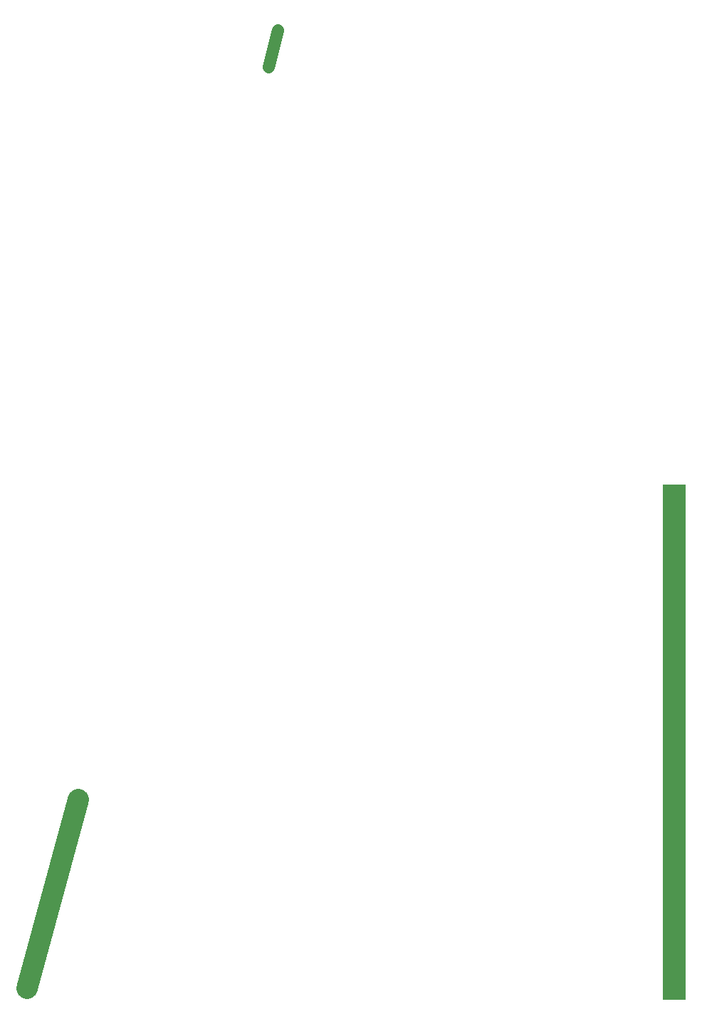
<source format=gbr>
G04 start of page 9 for group -4015 idx -4015 *
G04 Title: Stand for Heart, toppaste *
G04 Creator: pcb 4.0.2 *
G04 CreationDate: Wed Apr  3 11:17:26 2019 UTC *
G04 For: alez *
G04 Format: Gerber/RS-274X *
G04 PCB-Dimensions (mil): 3346.46 4724.41 *
G04 PCB-Coordinate-Origin: lower left *
%MOIN*%
%FSLAX25Y25*%
%LNTOPPASTE*%
%ADD42C,0.0001*%
%ADD41C,0.0550*%
%ADD40C,0.1000*%
G54D40*X16506Y12631D02*X40479Y101056D01*
G54D41*X129297Y443752D02*X133620Y461044D01*
G54D42*G36*
X324556Y248441D02*X314000D01*
Y7393D01*
X324556D01*
Y248441D01*
G37*
M02*

</source>
